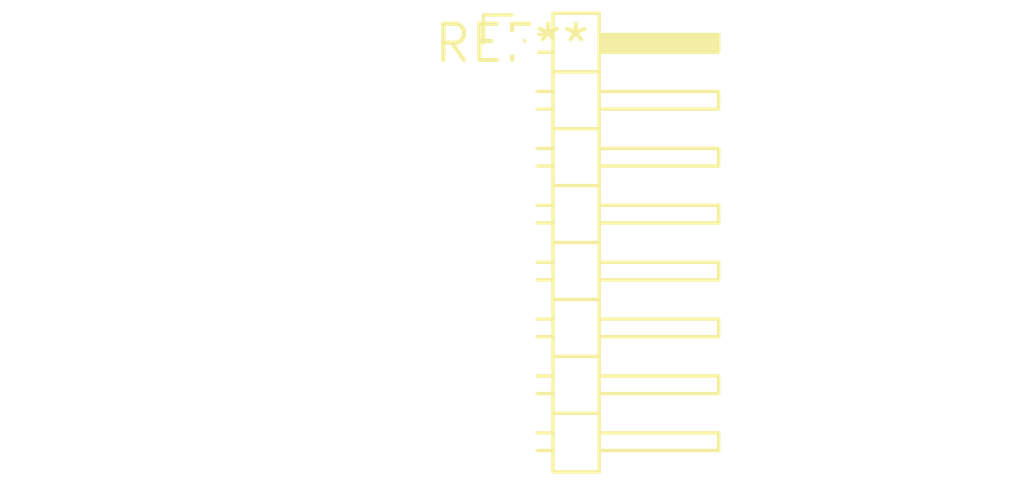
<source format=kicad_pcb>
(kicad_pcb (version 20240108) (generator pcbnew)
  (layers (0 "F.Cu" signal) (31 "B.Cu" signal) (34 "B.Paste" user) (35 "F.Paste" user) (36 "B.SilkS" user "B.Silkscreen") (37 "F.SilkS" user "F.Silkscreen") (38 "B.Mask" user) (39 "F.Mask" user) (44 "Edge.Cuts" user))
  (net 0 "")
  (footprint "PinHeader_1x08_P2.00mm_Horizontal" (layer "F.Cu") (at 0 0)
    (property "Reference" "REF**")
    (property "Value" "PinHeader_1x08_P2.00mm_Horizontal")
    (fp_line (start -1 -1) (end 0 -1) (layer "F.SilkS") (stroke (width 0.12)))
    (fp_line (start -1 0) (end -1 -1) (layer "F.SilkS") (stroke (width 0.12)))
    (fp_line (start 0.882114 1.69) (end 1.44 1.69) (layer "F.SilkS") (stroke (width 0.12)))
    (fp_line (start 0.882114 2.31) (end 1.44 2.31) (layer "F.SilkS") (stroke (width 0.12)))
    (fp_line (start 0.882114 3.69) (end 1.44 3.69) (layer "F.SilkS") (stroke (width 0.12)))
    (fp_line (start 0.882114 4.31) (end 1.44 4.31) (layer "F.SilkS") (stroke (width 0.12)))
    (fp_line (start 0.882114 5.69) (end 1.44 5.69) (layer "F.SilkS") (stroke (width 0.12)))
    (fp_line (start 0.882114 6.31) (end 1.44 6.31) (layer "F.SilkS") (stroke (width 0.12)))
    (fp_line (start 0.882114 7.69) (end 1.44 7.69) (layer "F.SilkS") (stroke (width 0.12)))
    (fp_line (start 0.882114 8.31) (end 1.44 8.31) (layer "F.SilkS") (stroke (width 0.12)))
    (fp_line (start 0.882114 9.69) (end 1.44 9.69) (layer "F.SilkS") (stroke (width 0.12)))
    (fp_line (start 0.882114 10.31) (end 1.44 10.31) (layer "F.SilkS") (stroke (width 0.12)))
    (fp_line (start 0.882114 11.69) (end 1.44 11.69) (layer "F.SilkS") (stroke (width 0.12)))
    (fp_line (start 0.882114 12.31) (end 1.44 12.31) (layer "F.SilkS") (stroke (width 0.12)))
    (fp_line (start 0.882114 13.69) (end 1.44 13.69) (layer "F.SilkS") (stroke (width 0.12)))
    (fp_line (start 0.882114 14.31) (end 1.44 14.31) (layer "F.SilkS") (stroke (width 0.12)))
    (fp_line (start 0.935 -0.31) (end 1.44 -0.31) (layer "F.SilkS") (stroke (width 0.12)))
    (fp_line (start 0.935 0.31) (end 1.44 0.31) (layer "F.SilkS") (stroke (width 0.12)))
    (fp_line (start 1.44 -1.06) (end 1.44 15.06) (layer "F.SilkS") (stroke (width 0.12)))
    (fp_line (start 1.44 1) (end 3.06 1) (layer "F.SilkS") (stroke (width 0.12)))
    (fp_line (start 1.44 3) (end 3.06 3) (layer "F.SilkS") (stroke (width 0.12)))
    (fp_line (start 1.44 5) (end 3.06 5) (layer "F.SilkS") (stroke (width 0.12)))
    (fp_line (start 1.44 7) (end 3.06 7) (layer "F.SilkS") (stroke (width 0.12)))
    (fp_line (start 1.44 9) (end 3.06 9) (layer "F.SilkS") (stroke (width 0.12)))
    (fp_line (start 1.44 11) (end 3.06 11) (layer "F.SilkS") (stroke (width 0.12)))
    (fp_line (start 1.44 13) (end 3.06 13) (layer "F.SilkS") (stroke (width 0.12)))
    (fp_line (start 1.44 15.06) (end 3.06 15.06) (layer "F.SilkS") (stroke (width 0.12)))
    (fp_line (start 3.06 -1.06) (end 1.44 -1.06) (layer "F.SilkS") (stroke (width 0.12)))
    (fp_line (start 3.06 -0.31) (end 7.26 -0.31) (layer "F.SilkS") (stroke (width 0.12)))
    (fp_line (start 3.06 -0.25) (end 7.26 -0.25) (layer "F.SilkS") (stroke (width 0.12)))
    (fp_line (start 3.06 -0.13) (end 7.26 -0.13) (layer "F.SilkS") (stroke (width 0.12)))
    (fp_line (start 3.06 -0.01) (end 7.26 -0.01) (layer "F.SilkS") (stroke (width 0.12)))
    (fp_line (start 3.06 0.11) (end 7.26 0.11) (layer "F.SilkS") (stroke (width 0.12)))
    (fp_line (start 3.06 0.23) (end 7.26 0.23) (layer "F.SilkS") (stroke (width 0.12)))
    (fp_line (start 3.06 1.69) (end 7.26 1.69) (layer "F.SilkS") (stroke (width 0.12)))
    (fp_line (start 3.06 3.69) (end 7.26 3.69) (layer "F.SilkS") (stroke (width 0.12)))
    (fp_line (start 3.06 5.69) (end 7.26 5.69) (layer "F.SilkS") (stroke (width 0.12)))
    (fp_line (start 3.06 7.69) (end 7.26 7.69) (layer "F.SilkS") (stroke (width 0.12)))
    (fp_line (start 3.06 9.69) (end 7.26 9.69) (layer "F.SilkS") (stroke (width 0.12)))
    (fp_line (start 3.06 11.69) (end 7.26 11.69) (layer "F.SilkS") (stroke (width 0.12)))
    (fp_line (start 3.06 13.69) (end 7.26 13.69) (layer "F.SilkS") (stroke (width 0.12)))
    (fp_line (start 3.06 15.06) (end 3.06 -1.06) (layer "F.SilkS") (stroke (width 0.12)))
    (fp_line (start 7.26 -0.31) (end 7.26 0.31) (layer "F.SilkS") (stroke (width 0.12)))
    (fp_line (start 7.26 0.31) (end 3.06 0.31) (layer "F.SilkS") (stroke (width 0.12)))
    (fp_line (start 7.26 1.69) (end 7.26 2.31) (layer "F.SilkS") (stroke (width 0.12)))
    (fp_line (start 7.26 2.31) (end 3.06 2.31) (layer "F.SilkS") (stroke (width 0.12)))
    (fp_line (start 7.26 3.69) (end 7.26 4.31) (layer "F.SilkS") (stroke (width 0.12)))
    (fp_line (start 7.26 4.31) (end 3.06 4.31) (layer "F.SilkS") (stroke (width 0.12)))
    (fp_line (start 7.26 5.69) (end 7.26 6.31) (layer "F.SilkS") (stroke (width 0.12)))
    (fp_line (start 7.26 6.31) (end 3.06 6.31) (layer "F.SilkS") (stroke (width 0.12)))
    (fp_line (start 7.26 7.69) (end 7.26 8.31) (layer "F.SilkS") (stroke (width 0.12)))
    (fp_line (start 7.26 8.31) (end 3.06 8.31) (layer "F.SilkS") (stroke (width 0.12)))
    (fp_line (start 7.26 9.69) (end 7.26 10.31) (layer "F.SilkS") (stroke (width 0.12)))
    (fp_line (start 7.26 10.31) (end 3.06 10.31) (layer "F.SilkS") (stroke (width 0.12)))
    (fp_line (start 7.26 11.69) (end 7.26 12.31) (layer "F.SilkS") (stroke (width 0.12)))
    (fp_line (start 7.26 12.31) (end 3.06 12.31) (layer "F.SilkS") (stroke (width 0.12)))
    (fp_line (start 7.26 13.69) (end 7.26 14.31) (layer "F.SilkS") (stroke (width 0.12)))
    (fp_line (start 7.26 14.31) (end 3.06 14.31) (layer "F.SilkS") (stroke (width 0.12)))
    (pad "1" thru_hole rect (at 0 0) (size 1.35 1.35) (drill 0.8) (layers *.Cu *.Mask) (remove_unused_layers))
    (pad "2" thru_hole oval (at 0 2) (size 1.35 1.35) (drill 0.8) (layers *.Cu *.Mask) (remove_unused_layers))
    (pad "3" thru_hole oval (at 0 4) (size 1.35 1.35) (drill 0.8) (layers *.Cu *.Mask) (remove_unused_layers))
    (pad "4" thru_hole oval (at 0 6) (size 1.35 1.35) (drill 0.8) (layers *.Cu *.Mask) (remove_unused_layers))
    (pad "5" thru_hole oval (at 0 8) (size 1.35 1.35) (drill 0.8) (layers *.Cu *.Mask) (remove_unused_layers))
    (pad "6" thru_hole oval (at 0 10) (size 1.35 1.35) (drill 0.8) (layers *.Cu *.Mask) (remove_unused_layers))
    (pad "7" thru_hole oval (at 0 12) (size 1.35 1.35) (drill 0.8) (layers *.Cu *.Mask) (remove_unused_layers))
    (pad "8" thru_hole oval (at 0 14) (size 1.35 1.35) (drill 0.8) (layers *.Cu *.Mask) (remove_unused_layers))
  )
)
</source>
